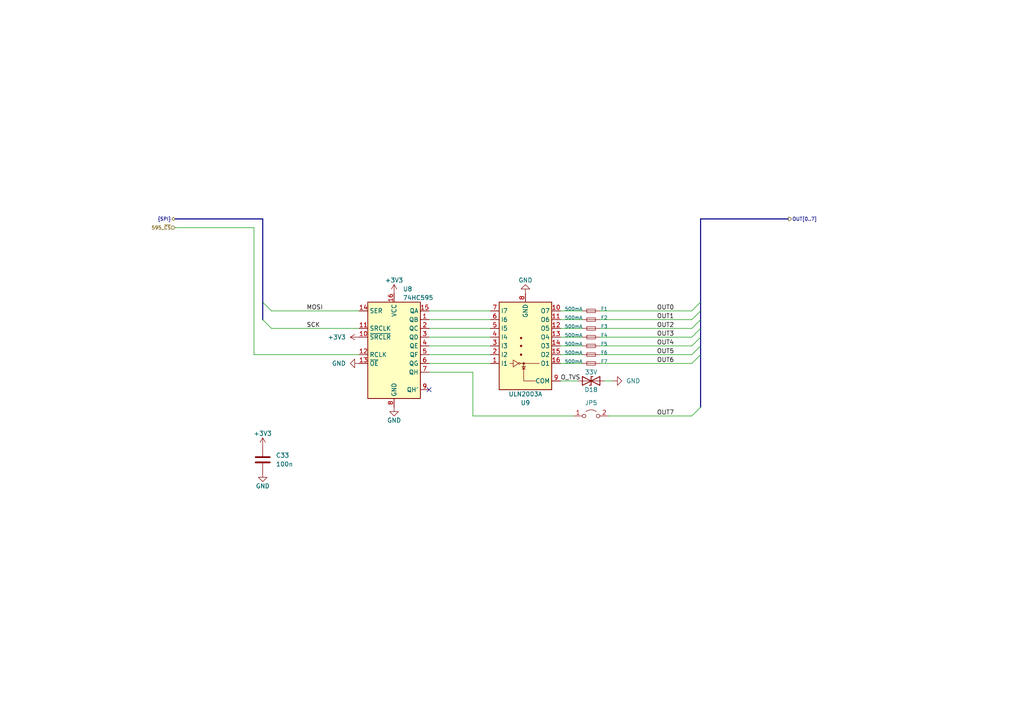
<source format=kicad_sch>
(kicad_sch (version 20211123) (generator eeschema)
  (paper "A4")
  (title_block (title "[canbrd] CAN/RS485 IO board") (date "2022-05-22") (rev "2.1"))
  (lib_symbols
    (symbol "74xx:74HC595"
      (property "Reference" "U" (at -7.62 13.97 0))
      (property "Value" "74HC595" (at -7.62 -16.51 0))
      (symbol "74HC595_1_0"
        (pin tri_state line (at 10.16 7.62 180) (length 2.54) (name "QB") (number "1"))
        (pin input line (at -10.16 2.54 0) (length 2.54) (name "~{SRCLR}") (number "10"))
        (pin input line (at -10.16 5.08 0) (length 2.54) (name "SRCLK") (number "11"))
        (pin input line (at -10.16 -2.54 0) (length 2.54) (name "RCLK") (number "12"))
        (pin input line (at -10.16 -5.08 0) (length 2.54) (name "~{OE}") (number "13"))
        (pin input line (at -10.16 10.16 0) (length 2.54) (name "SER") (number "14"))
        (pin tri_state line (at 10.16 10.16 180) (length 2.54) (name "QA") (number "15"))
        (pin power_in line (at 0 15.24 270) (length 2.54) (name "VCC") (number "16"))
        (pin tri_state line (at 10.16 5.08 180) (length 2.54) (name "QC") (number "2"))
        (pin tri_state line (at 10.16 2.54 180) (length 2.54) (name "QD") (number "3"))
        (pin tri_state line (at 10.16 0 180) (length 2.54) (name "QE") (number "4"))
        (pin tri_state line (at 10.16 -2.54 180) (length 2.54) (name "QF") (number "5"))
        (pin tri_state line (at 10.16 -5.08 180) (length 2.54) (name "QG") (number "6"))
        (pin tri_state line (at 10.16 -7.62 180) (length 2.54) (name "QH") (number "7"))
        (pin power_in line (at 0 -17.78 90) (length 2.54) (name "GND") (number "8"))
        (pin output line (at 10.16 -12.7 180) (length 2.54) (name "QH'") (number "9"))
      )
      (symbol "74HC595_1_1"
        (rectangle (start -7.62 12.7) (end 7.62 -15.24) (stroke (width 0.254)) (fill (type background)))
      )
    )
    (symbol "Device:C" (pin_numbers hide) (pin_names (offset 0.254))
      (property "Reference" "C" (at 0.635 2.54 0))
      (property "Value" "C" (at 0.635 -2.54 0))
      (symbol "C_0_1"
        (polyline (pts (xy -2.032 -0.762) (xy 2.032 -0.762)) (stroke (width 0.508)))
        (polyline (pts (xy -2.032 0.762) (xy 2.032 0.762)) (stroke (width 0.508)))
      )
      (symbol "C_1_1"
        (pin passive line (at 0 3.81 270) (length 2.794) (name "~") (number "1"))
        (pin passive line (at 0 -3.81 90) (length 2.794) (name "~") (number "2"))
      )
    )
    (symbol "Device:D_TVS" (pin_numbers hide) (pin_names (offset 1.016) hide)
      (property "Reference" "D" (at 0 2.54 0))
      (property "Value" "D_TVS" (at 0 -2.54 0))
      (symbol "D_TVS_0_1"
        (polyline (pts (xy 1.27 0) (xy -1.27 0)))
        (polyline (pts (xy 0.508 1.27) (xy 0 1.27) (xy 0 -1.27) (xy -0.508 -1.27)) (stroke (width 0.254)))
        (polyline (pts (xy -2.54 1.27) (xy -2.54 -1.27) (xy 2.54 1.27) (xy 2.54 -1.27) (xy -2.54 1.27)) (stroke (width 0.254)))
      )
      (symbol "D_TVS_1_1"
        (pin passive line (at -3.81 0 0) (length 2.54) (name "A1") (number "1"))
        (pin passive line (at 3.81 0 180) (length 2.54) (name "A2") (number "2"))
      )
    )
    (symbol "Device:Fuse_Small" (pin_numbers hide) (pin_names (offset 0.254) hide)
      (property "Reference" "F" (at 0 -1.524 0))
      (property "Value" "Fuse_Small" (at 0 1.524 0))
      (symbol "Fuse_Small_0_1"
        (rectangle (start -1.27 0.508) (end 1.27 -0.508))
        (polyline (pts (xy -1.27 0) (xy 1.27 0)))
      )
      (symbol "Fuse_Small_1_1"
        (pin passive line (at -2.54 0 0) (length 1.27) (name "~") (number "1"))
        (pin passive line (at 2.54 0 180) (length 1.27) (name "~") (number "2"))
      )
    )
    (symbol "Jumper:Jumper_2_Open" (pin_names (offset 0) hide)
      (property "Reference" "JP" (at 0 2.794 0))
      (property "Value" "Jumper_2_Open" (at 0 -2.286 0))
      (symbol "Jumper_2_Open_0_0"
        (circle (center -2.032 0) (radius 0.508))
        (circle (center 2.032 0) (radius 0.508))
      )
      (symbol "Jumper_2_Open_0_1"
        (arc (start 1.524 1.27) (mid 0 1.778) (end -1.524 1.27))
      )
      (symbol "Jumper_2_Open_1_1"
        (pin passive line (at -5.08 0 0) (length 2.54) (name "A") (number "1"))
        (pin passive line (at 5.08 0 180) (length 2.54) (name "B") (number "2"))
      )
    )
    (symbol "Transistor_Array:ULN2003A"
      (property "Reference" "U" (at 0 15.875 0))
      (property "Value" "ULN2003A" (at 0 13.97 0))
      (symbol "ULN2003A_0_1"
        (rectangle (start -7.62 -12.7) (end 7.62 12.7) (stroke (width 0.254)) (fill (type background)))
        (circle (center -1.778 5.08) (radius 0.254))
        (circle (center -1.27 -2.286) (radius 0.254) (fill (type outline)))
        (circle (center -1.27 0) (radius 0.254) (fill (type outline)))
        (circle (center -1.27 2.54) (radius 0.254) (fill (type outline)))
        (circle (center -0.508 5.08) (radius 0.254) (fill (type outline)))
        (polyline (pts (xy -4.572 5.08) (xy -3.556 5.08)))
        (polyline (pts (xy -1.524 5.08) (xy 4.064 5.08)))
        (polyline (pts (xy 0 6.731) (xy -1.016 6.731)))
        (polyline (pts (xy -0.508 5.08) (xy -0.508 10.16) (xy 2.921 10.16)))
        (polyline (pts (xy -3.556 6.096) (xy -3.556 4.064) (xy -2.032 5.08) (xy -3.556 6.096)))
        (polyline (pts (xy 0 5.969) (xy -1.016 5.969) (xy -0.508 6.731) (xy 0 5.969)))
      )
      (symbol "ULN2003A_1_1"
        (pin input line (at -10.16 5.08 0) (length 2.54) (name "I1") (number "1"))
        (pin open_collector line (at 10.16 -10.16 180) (length 2.54) (name "O7") (number "10"))
        (pin open_collector line (at 10.16 -7.62 180) (length 2.54) (name "O6") (number "11"))
        (pin open_collector line (at 10.16 -5.08 180) (length 2.54) (name "O5") (number "12"))
        (pin open_collector line (at 10.16 -2.54 180) (length 2.54) (name "O4") (number "13"))
        (pin open_collector line (at 10.16 0 180) (length 2.54) (name "O3") (number "14"))
        (pin open_collector line (at 10.16 2.54 180) (length 2.54) (name "O2") (number "15"))
        (pin open_collector line (at 10.16 5.08 180) (length 2.54) (name "O1") (number "16"))
        (pin input line (at -10.16 2.54 0) (length 2.54) (name "I2") (number "2"))
        (pin input line (at -10.16 0 0) (length 2.54) (name "I3") (number "3"))
        (pin input line (at -10.16 -2.54 0) (length 2.54) (name "I4") (number "4"))
        (pin input line (at -10.16 -5.08 0) (length 2.54) (name "I5") (number "5"))
        (pin input line (at -10.16 -7.62 0) (length 2.54) (name "I6") (number "6"))
        (pin input line (at -10.16 -10.16 0) (length 2.54) (name "I7") (number "7"))
        (pin power_in line (at 0 -15.24 90) (length 2.54) (name "GND") (number "8"))
        (pin passive line (at 10.16 10.16 180) (length 2.54) (name "COM") (number "9"))
      )
    )
    (symbol "power:+3.3V" (power) (pin_names (offset 0))
      (property "Value" "+3.3V" (at 0 3.556 0))
      (symbol "+3.3V_0_1"
        (polyline (pts (xy -0.762 1.27) (xy 0 2.54)))
        (polyline (pts (xy 0 0) (xy 0 2.54)))
        (polyline (pts (xy 0 2.54) (xy 0.762 1.27)))
      )
      (symbol "+3.3V_1_1"
        (pin power_in line (at 0 0 90) (length 0) hide (name "+3V3") (number "1"))
      )
    )
    (symbol "power:GND" (power) (pin_names (offset 0))
      (property "Value" "GND" (at 0 -3.81 0))
      (symbol "GND_0_1"
        (polyline (pts (xy 0 0) (xy 0 -1.27) (xy 1.27 -1.27) (xy 0 -2.54) (xy -1.27 -1.27) (xy 0 -1.27)))
      )
      (symbol "GND_1_1"
        (pin power_in line (at 0 0 270) (length 0) hide (name "GND") (number "1"))
      )
    )
  )
  (no_connect (at 124.46 113.03))
  (bus_entry (at 203.2 90.17) (size -2.54 2.54))
  (bus_entry (at 76.2 87.63) (size 2.54 2.54))
  (bus_entry (at 203.2 102.87) (size -2.54 2.54))
  (bus_entry (at 203.2 95.25) (size -2.54 2.54))
  (bus_entry (at 203.2 87.63) (size -2.54 2.54))
  (bus_entry (at 203.2 92.71) (size -2.54 2.54))
  (bus_entry (at 203.2 97.79) (size -2.54 2.54))
  (bus_entry (at 203.2 118.11) (size -2.54 2.54))
  (bus_entry (at 203.2 100.33) (size -2.54 2.54))
  (bus_entry (at 76.2 92.71) (size 2.54 2.54))
  (wire (pts (xy 173.99 100.33) (xy 200.66 100.33)))
  (wire (pts (xy 78.74 90.17) (xy 104.14 90.17)))
  (wire (pts (xy 162.56 105.41) (xy 168.91 105.41)))
  (bus (pts (xy 228.6 63.5) (xy 203.2 63.5)))
  (bus (pts (xy 203.2 63.5) (xy 203.2 87.63)))
  (wire (pts (xy 124.46 97.79) (xy 142.24 97.79)))
  (wire (pts (xy 173.99 105.41) (xy 200.66 105.41)))
  (wire (pts (xy 162.56 90.17) (xy 168.91 90.17)))
  (wire (pts (xy 137.16 120.65) (xy 137.16 107.95)))
  (wire (pts (xy 173.99 95.25) (xy 200.66 95.25)))
  (wire (pts (xy 124.46 100.33) (xy 142.24 100.33)))
  (bus (pts (xy 76.2 87.63) (xy 76.2 92.71)))
  (wire (pts (xy 124.46 95.25) (xy 142.24 95.25)))
  (wire (pts (xy 162.56 92.71) (xy 168.91 92.71)))
  (bus (pts (xy 203.2 92.71) (xy 203.2 95.25)))
  (wire (pts (xy 162.56 100.33) (xy 168.91 100.33)))
  (wire (pts (xy 124.46 90.17) (xy 142.24 90.17)))
  (wire (pts (xy 162.56 110.49) (xy 167.64 110.49)))
  (wire (pts (xy 173.99 102.87) (xy 200.66 102.87)))
  (wire (pts (xy 162.56 95.25) (xy 168.91 95.25)))
  (bus (pts (xy 203.2 102.87) (xy 203.2 118.11)))
  (wire (pts (xy 173.99 92.71) (xy 200.66 92.71)))
  (bus (pts (xy 203.2 100.33) (xy 203.2 102.87)))
  (bus (pts (xy 50.8 63.5) (xy 76.2 63.5)))
  (wire (pts (xy 124.46 102.87) (xy 142.24 102.87)))
  (wire (pts (xy 162.56 97.79) (xy 168.91 97.79)))
  (wire (pts (xy 73.66 102.87) (xy 104.14 102.87)))
  (bus (pts (xy 76.2 63.5) (xy 76.2 87.63)))
  (wire (pts (xy 137.16 107.95) (xy 124.46 107.95)))
  (wire (pts (xy 173.99 90.17) (xy 200.66 90.17)))
  (wire (pts (xy 78.74 95.25) (xy 104.14 95.25)))
  (wire (pts (xy 124.46 105.41) (xy 142.24 105.41)))
  (wire (pts (xy 124.46 92.71) (xy 142.24 92.71)))
  (wire (pts (xy 173.99 97.79) (xy 200.66 97.79)))
  (wire (pts (xy 166.37 120.65) (xy 137.16 120.65)))
  (wire (pts (xy 175.26 110.49) (xy 177.8 110.49)))
  (bus (pts (xy 203.2 90.17) (xy 203.2 92.71)))
  (bus (pts (xy 203.2 87.63) (xy 203.2 90.17)))
  (wire (pts (xy 162.56 102.87) (xy 168.91 102.87)))
  (bus (pts (xy 203.2 95.25) (xy 203.2 97.79)))
  (wire (pts (xy 73.66 66.04) (xy 73.66 102.87)))
  (wire (pts (xy 50.8 66.04) (xy 73.66 66.04)))
  (bus (pts (xy 203.2 97.79) (xy 203.2 100.33)))
  (wire (pts (xy 176.53 120.65) (xy 200.66 120.65)))
  (label "OUT6" (at 190.5 105.41 0))
  (label "O_TVS" (at 162.56 110.49 0))
  (label "OUT4" (at 190.5 100.33 0))
  (label "SCK" (at 88.9 95.25 0))
  (label "OUT5" (at 190.5 102.87 0))
  (label "OUT7" (at 190.5 120.65 0))
  (label "MOSI" (at 88.9 90.17 0))
  (label "OUT2" (at 190.5 95.25 0))
  (label "OUT1" (at 190.5 92.71 0))
  (label "OUT3" (at 190.5 97.79 0))
  (label "OUT0" (at 190.5 90.17 0))
  (hierarchical_label "{SPI}" (shape bidirectional) (at 50.8 63.5 180) (effects (font (size 1 1))))
  (hierarchical_label "595_~{CS}" (shape input) (at 50.8 66.04 180) (effects (font (size 1 1))))
  (hierarchical_label "OUT[0..7]" (shape output) (at 228.6 63.5 0) (effects (font (size 1 1))))
  (symbol (lib_id "power:GND") (at 104.14 105.41 270) (unit 1)
    (property "Reference" "#PWR0125" (effects hide))
    (property "Value" "GND" (at 100.33 105.4099 90) (effects (justify right)))
  )
  (symbol (lib_id "power:+3.3V") (at 76.2 129.54 0) (unit 1)
    (property "Reference" "#PWR0128" (effects hide))
    (property "Value" "+3.3V" (at 76.2 125.73 0))
  )
  (symbol (lib_id "Jumper:Jumper_2_Open") (at 171.45 120.65 0) (unit 1)
    (property "Reference" "JP5" (at 171.45 116.84 0))
    (property "Value" "Jumper_2_Open" (effects hide))
    (property "Footprint" "Jumper:SolderJumper-2_P1.3mm_Open_TrianglePad1.0x1.5mm" (effects hide))
  )
  (symbol (lib_id "power:+3.3V") (at 104.14 97.79 90) (unit 1)
    (property "Reference" "#PWR0124" (effects hide))
    (property "Value" "+3.3V" (at 100.33 97.7899 90) (effects (justify left)))
  )
  (symbol (lib_id "Device:Fuse_Small") (at 171.45 97.79 0) (unit 1)
    (property "Reference" "F4" (at 175.26 97.79 0) (effects (font (size 1 1)) (justify bottom)))
    (property "Value" "500mA" (at 166.37 97.79 0) (effects (font (size 1 1)) (justify bottom)))
    (property "Footprint" "Fuse:Fuse_1206_3216Metric" (effects hide))
  )
  (symbol (lib_id "74xx:74HC595") (at 114.3 100.33 0) (unit 1)
    (property "Reference" "U8" (at 116.84 83.82 0) (effects (justify left)))
    (property "Value" "74HC595" (at 116.84 86.36 0) (effects (justify left)))
    (property "Footprint" "Package_SO:SOIC-16_3.9x9.9mm_P1.27mm" (effects hide))
    (property "Datasheet" "http://www.ti.com/lit/ds/symlink/sn74hc595.pdf" (effects hide))
  )
  (symbol (lib_id "power:GND") (at 114.3 118.11 0) (unit 1)
    (property "Reference" "#PWR0127" (effects hide))
    (property "Value" "GND" (at 114.3 121.92 0))
  )
  (symbol (lib_id "Device:Fuse_Small") (at 171.45 92.71 0) (unit 1)
    (property "Reference" "F2" (at 175.26 92.71 0) (effects (font (size 1 1)) (justify bottom)))
    (property "Value" "500mA" (at 166.37 92.71 0) (effects (font (size 1 1)) (justify bottom)))
    (property "Footprint" "Fuse:Fuse_1206_3216Metric" (effects hide))
  )
  (symbol (lib_id "power:GND") (at 152.4 85.09 180) (unit 1)
    (property "Reference" "#PWR0123" (effects hide))
    (property "Value" "GND" (at 152.4 81.28 0))
  )
  (symbol (lib_id "Device:Fuse_Small") (at 171.45 90.17 0) (unit 1)
    (property "Reference" "F1" (at 175.26 90.17 0) (effects (font (size 1 1)) (justify bottom)))
    (property "Value" "500mA" (at 166.37 90.17 0) (effects (font (size 1 1)) (justify bottom)))
    (property "Footprint" "Fuse:Fuse_1206_3216Metric" (effects hide))
  )
  (symbol (lib_id "Device:Fuse_Small") (at 171.45 105.41 0) (unit 1)
    (property "Reference" "F7" (at 175.26 105.41 0) (effects (font (size 1 1)) (justify bottom)))
    (property "Value" "500mA" (at 166.37 105.41 0) (effects (font (size 1 1)) (justify bottom)))
    (property "Footprint" "Fuse:Fuse_1206_3216Metric" (effects hide))
  )
  (symbol (lib_id "power:+3.3V") (at 114.3 85.09 0) (unit 1)
    (property "Reference" "#PWR0122" (effects hide))
    (property "Value" "+3.3V" (at 114.3 81.28 0))
  )
  (symbol (lib_id "power:GND") (at 177.8 110.49 90) (unit 1)
    (property "Reference" "#PWR0126" (effects hide))
    (property "Value" "GND" (at 181.61 110.4899 90) (effects (justify right)))
  )
  (symbol (lib_id "power:GND") (at 76.2 137.16 0) (unit 1)
    (property "Reference" "#PWR0129" (effects hide))
    (property "Value" "GND" (at 76.2 140.97 0))
  )
  (symbol (lib_id "Device:D_TVS") (at 171.45 110.49 0) (unit 1)
    (property "Reference" "D18" (at 171.45 113.03 0))
    (property "Value" "33V" (at 171.45 107.95 0))
    (property "Footprint" "Diode_SMD:D_SMB" (effects hide))
  )
  (symbol (lib_id "Device:Fuse_Small") (at 171.45 95.25 0) (unit 1)
    (property "Reference" "F3" (at 175.26 95.25 0) (effects (font (size 1 1)) (justify bottom)))
    (property "Value" "500mA" (at 166.37 95.25 0) (effects (font (size 1 1)) (justify bottom)))
    (property "Footprint" "Fuse:Fuse_1206_3216Metric" (effects hide))
  )
  (symbol (lib_id "Device:C") (at 76.2 133.35 0) (unit 1)
    (property "Reference" "C33" (at 80.01 132.0799 0) (effects (justify left)))
    (property "Value" "100n" (at 80.01 134.6199 0) (effects (justify left)))
    (property "Footprint" "Capacitor_SMD:C_0603_1608Metric" (effects hide))
  )
  (symbol (lib_id "Device:Fuse_Small") (at 171.45 100.33 0) (unit 1)
    (property "Reference" "F5" (at 175.26 100.33 0) (effects (font (size 1 1)) (justify bottom)))
    (property "Value" "500mA" (at 166.37 100.33 0) (effects (font (size 1 1)) (justify bottom)))
    (property "Footprint" "Fuse:Fuse_1206_3216Metric" (effects hide))
  )
  (symbol (lib_id "Transistor_Array:ULN2003A") (at 152.4 100.33 0) (mirror x) (unit 1)
    (property "Reference" "U9" (at 152.4 116.84 0))
    (property "Value" "ULN2003A" (at 152.4 114.3 0))
    (property "Footprint" "Package_SO:SOIC-16_3.9x9.9mm_P1.27mm" (effects hide))
    (property "Datasheet" "http://www.ti.com/lit/ds/symlink/uln2003a.pdf" (effects hide))
  )
  (symbol (lib_id "Device:Fuse_Small") (at 171.45 102.87 0) (unit 1)
    (property "Reference" "F6" (at 175.26 102.87 0) (effects (font (size 1 1)) (justify bottom)))
    (property "Value" "500mA" (at 166.37 102.87 0) (effects (font (size 1 1)) (justify bottom)))
    (property "Footprint" "Fuse:Fuse_1206_3216Metric" (effects hide))
  )
)
</source>
